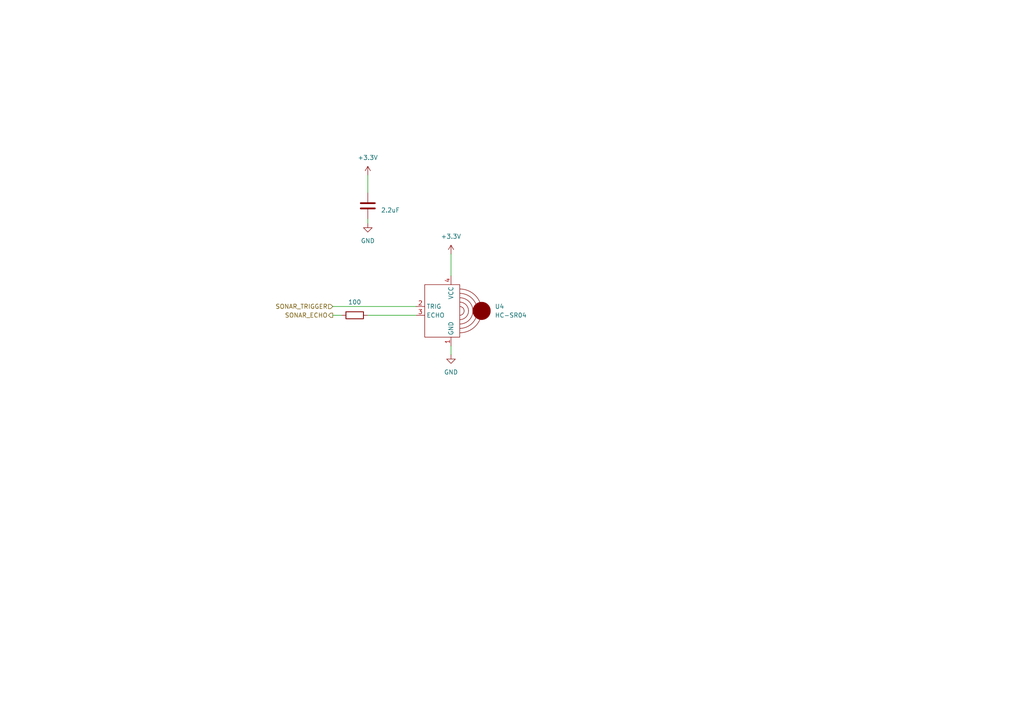
<source format=kicad_sch>
(kicad_sch (version 20230121) (generator eeschema)
  (paper "A4")
  (lib_symbols
    (symbol "Device:C" (pin_numbers hide) (pin_names (offset 0.254))
      (property "Reference" "C" (at 0.635 2.54 0))
      (property "Value" "C" (at 0.635 -2.54 0))
      (symbol "C_0_1"
        (polyline (pts (xy -2.032 -0.762) (xy 2.032 -0.762)) (stroke (width 0.508)))
        (polyline (pts (xy -2.032 0.762) (xy 2.032 0.762)) (stroke (width 0.508)))
      )
      (symbol "C_1_1"
        (pin passive line (at 0 3.81 270) (length 2.794) (name "~") (number "1"))
        (pin passive line (at 0 -3.81 90) (length 2.794) (name "~") (number "2"))
      )
    )
    (symbol "Device:R" (pin_numbers hide) (pin_names (offset 0))
      (property "Reference" "R" (at 2.032 0 90))
      (property "Value" "R" (at 0 0 90))
      (symbol "R_0_1"
        (rectangle (start -1.016 -2.54) (end 1.016 2.54) (stroke (width 0.254)))
      )
      (symbol "R_1_1"
        (pin passive line (at 0 3.81 270) (length 1.27) (name "~") (number "1"))
        (pin passive line (at 0 -3.81 90) (length 1.27) (name "~") (number "2"))
      )
    )
    (symbol "minimouse:HC-SR04"
      (property "Reference" "U" (at 0 0 0))
      (property "Value" "HC-SR04" (at 0 0 0))
      (symbol "HC-SR04_0_1"
        (rectangle (start -7.62 7.62) (end 2.54 -7.62))
        (arc (start 2.54 -6.35) (mid 7.0301 -4.4901) (end 8.89 0))
        (arc (start 2.54 -5.08) (mid 6.1321 -3.5921) (end 7.62 0))
        (arc (start 2.54 -3.81) (mid 5.2341 -2.6941) (end 6.35 0))
        (arc (start 2.54 -2.54) (mid 4.3361 -1.7961) (end 5.08 0))
        (arc (start 2.54 -1.27) (mid 3.438 -0.898) (end 3.81 0))
        (arc (start 3.81 0) (mid 3.438 0.898) (end 2.54 1.27))
        (arc (start 5.08 0) (mid 4.3361 1.7961) (end 2.54 2.54))
        (arc (start 6.35 0) (mid 5.2341 2.6941) (end 2.54 3.81))
        (arc (start 7.62 0) (mid 6.1321 3.5921) (end 2.54 5.08))
        (arc (start 8.89 0) (mid 7.0301 4.4901) (end 2.54 6.35))
      )
      (symbol "HC-SR04_1_1"
        (circle (center 8.89 0) (radius 2.54) (fill (type outline)))
        (pin power_in line (at 0 -10.16 90) (length 2.54) (name "GND") (number "1"))
        (pin input line (at -10.16 1.27 0) (length 2.54) (name "TRIG") (number "2"))
        (pin output line (at -10.16 -1.27 0) (length 2.54) (name "ECHO") (number "3"))
        (pin power_in line (at 0 10.16 270) (length 2.54) (name "VCC") (number "4"))
      )
    )
    (symbol "power:+3.3V" (power) (pin_names (offset 0))
      (property "Value" "+3.3V" (at 0 3.556 0))
      (symbol "+3.3V_0_1"
        (polyline (pts (xy -0.762 1.27) (xy 0 2.54)))
        (polyline (pts (xy 0 0) (xy 0 2.54)))
        (polyline (pts (xy 0 2.54) (xy 0.762 1.27)))
      )
      (symbol "+3.3V_1_1"
        (pin power_in line (at 0 0 90) (length 0) hide (name "+3.3V") (number "1"))
      )
    )
    (symbol "power:GND" (power) (pin_names (offset 0))
      (property "Value" "GND" (at 0 -3.81 0))
      (symbol "GND_0_1"
        (polyline (pts (xy 0 0) (xy 0 -1.27) (xy 1.27 -1.27) (xy 0 -2.54) (xy -1.27 -1.27) (xy 0 -1.27)))
      )
      (symbol "GND_1_1"
        (pin power_in line (at 0 0 270) (length 0) hide (name "GND") (number "1"))
      )
    )
  )
  (wire (pts (xy 96.52 91.44) (xy 99.06 91.44)))
  (wire (pts (xy 130.81 73.66) (xy 130.81 80.01)))
  (wire (pts (xy 106.68 91.44) (xy 120.65 91.44)))
  (wire (pts (xy 106.68 63.5) (xy 106.68 64.77)))
  (wire (pts (xy 130.81 100.33) (xy 130.81 102.87)))
  (wire (pts (xy 96.52 88.9) (xy 120.65 88.9)))
  (wire (pts (xy 106.68 50.8) (xy 106.68 55.88)))
  (hierarchical_label "SONAR_TRIGGER" (shape input) (at 96.52 88.9 180))
  (hierarchical_label "SONAR_ECHO" (shape output) (at 96.52 91.44 180))
  (symbol (lib_id "power:+3.3V") (at 130.81 73.66 0) (unit 1)
    (property "Reference" "#PWR033" (effects hide))
    (property "Value" "+3.3V" (at 130.81 68.58 0))
  )
  (symbol (lib_id "Device:R") (at 102.87 91.44 90) (unit 1)
    (property "Reference" "R16" (effects hide))
    (property "Value" "100" (at 102.87 87.63 90))
    (property "Footprint" "Resistor_SMD:R_0603_1608Metric" (effects hide))
  )
  (symbol (lib_id "minimouse:HC-SR04") (at 130.81 90.17 0) (unit 1)
    (property "Reference" "U4" (at 143.51 88.9 0) (effects (justify left)))
    (property "Value" "HC-SR04" (at 143.51 91.44 0) (effects (justify left)))
    (property "Footprint" "minimouse:HC-SR04" (effects hide))
  )
  (symbol (lib_id "Device:C") (at 106.68 59.69 0) (unit 1)
    (property "Reference" "C17" (effects hide))
    (property "Value" "2.2uF" (at 110.49 60.96 0) (effects (justify left)))
    (property "Footprint" "Capacitor_SMD:C_0603_1608Metric" (effects hide))
  )
  (symbol (lib_id "power:+3.3V") (at 106.68 50.8 0) (unit 1)
    (property "Reference" "#PWR038" (effects hide))
    (property "Value" "+3.3V" (at 106.68 45.72 0))
  )
  (symbol (lib_id "power:GND") (at 106.68 64.77 0) (unit 1)
    (property "Reference" "#PWR039" (effects hide))
    (property "Value" "GND" (at 106.68 69.85 0))
  )
  (symbol (lib_id "power:GND") (at 130.81 102.87 0) (unit 1)
    (property "Reference" "#PWR032" (effects hide))
    (property "Value" "GND" (at 130.81 107.95 0))
  )
)
</source>
